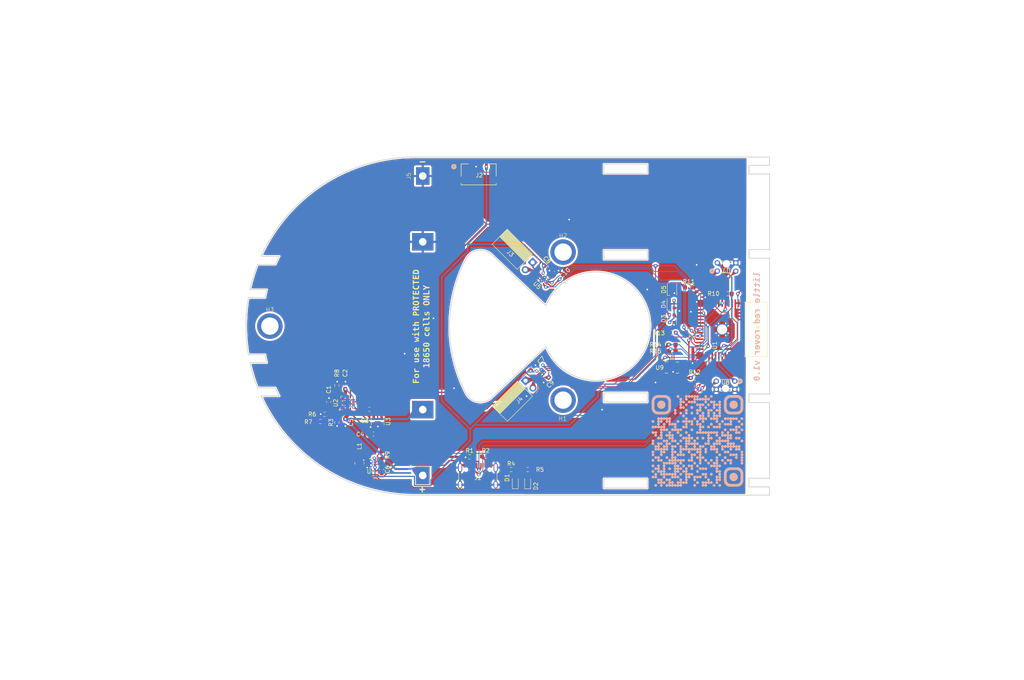
<source format=kicad_pcb>
(kicad_pcb (version 20221018) (generator pcbnew)
  (layers (0 "F.Cu" signal) (31 "B.Cu" signal) (34 "B.Paste" user) (35 "F.Paste" user) (36 "B.SilkS" user "B.Silkscreen") (37 "F.SilkS" user "F.Silkscreen") (38 "B.Mask" user) (39 "F.Mask" user) (44 "Edge.Cuts" user))
  (net 0 "")
  (net 1 "GND")
  (net 2 "+5V")
  (net 3 "/charger_out")
  (net 4 "+3.3V")
  (net 5 "Net-(D1-K)")
  (net 6 "Net-(D1-A)")
  (net 7 "Net-(D2-K)")
  (net 8 "Net-(D2-A)")
  (net 9 "Net-(D3-DOUT)")
  (net 10 "/status_leds")
  (net 11 "Net-(D4-DOUT)")
  (net 13 "Net-(J1-CC1)")
  (net 14 "Net-(J1-CC2)")
  (net 15 "/lidar_tx")
  (net 16 "Net-(J3-Pin_1)")
  (net 17 "Net-(J3-Pin_2)")
  (net 18 "Net-(J4-Pin_1)")
  (net 19 "Net-(J4-Pin_2)")
  (net 20 "Net-(U4-SW)")
  (net 21 "Net-(U2-TS)")
  (net 22 "Net-(U2-TMR)")
  (net 23 "Net-(U2-ISET)")
  (net 24 "Net-(U2-ILIM)")
  (net 25 "Net-(U4-{slash}PG)")
  (net 26 "/left_encoder")
  (net 27 "Net-(U7-ANODE)")
  (net 28 "/right_encoder")
  (net 30 "/imu_sda")
  (net 31 "/imu_scl")
  (net 37 "/right_motor_pwm_b")
  (net 39 "/motor_sleep")
  (net 40 "/left_motor_pwm_a")
  (net 41 "/left_motor_pwm_b")
  (net 42 "/right_motor_pwm_a")
  (net 45 "/usb_data_-")
  (net 46 "/usb_data_+")
  (net 56 "Net-(U7-CATHODE)")
  (net 57 "Net-(D3-DIN)")
  (net 64 "/usb_5v")
  (net 65 "Net-(J6-Pin_1)")
  (footprint "Capacitor_SMD:C_0603_1608Metric_Pad1.08x0.95mm_HandSolder" (layer "F.Cu") (at 156.2 110 45)
    (fp_text reference "C7")
    (fp_text value "10uF")
  )
  (footprint "digikey_imports:TO_4HCZ0F_SHP" (layer "F.Cu") (at 201.018849 86.5126 180)
    (fp_text reference "U7")
    (fp_text value "GP1S094HCZ0F")
  )
  (footprint "Capacitor_SMD:C_0603_1608Metric_Pad1.08x0.95mm_HandSolder" (layer "F.Cu") (at 106.525 118.337568 90)
    (fp_text reference "C1")
    (fp_text value "1uF")
  )
  (footprint "digikey_imports:18650_holder" (layer "F.Cu") (at 129.4 136.21 90)
    (fp_text reference "J6")
    (fp_text value "Conn_01x01_Socket")
  )
  (footprint "LED_SMD:LED_0603_1608Metric_Pad1.05x0.95mm_HandSolder" (layer "F.Cu") (at 151.9 137.78125 90)
    (fp_text reference "D1")
    (fp_text value "LED")
  )
  (footprint "Resistor_SMD:R_0603_1608Metric_Pad0.98x0.95mm_HandSolder" (layer "F.Cu") (at 108.525 123.337568 90)
    (fp_text reference "R3")
    (fp_text value "10k")
  )
  (footprint "Inductor_SMD:L_1008_2520Metric_Pad1.43x2.20mm_HandSolder" (layer "F.Cu") (at 113.9983 133.248301 90)
    (fp_text reference "L1")
    (fp_text value "1uH")
  )
  (footprint "Capacitor_SMD:C_0603_1608Metric_Pad1.08x0.95mm_HandSolder" (layer "F.Cu") (at 190 106 180)
    (fp_text reference "R15")
    (fp_text value "10k")
  )
  (footprint "digikey_imports:m3_threaded_insert" (layer "F.Cu") (at 163.524805 81.9)
    (fp_text reference "H2")
    (fp_text value "MountingHole")
  )
  (footprint "Resistor_SMD:R_0603_1608Metric_Pad0.98x0.95mm_HandSolder" (layer "F.Cu") (at 108.525 114.337568 -90)
    (fp_text reference "R8")
    (fp_text value "2.94k")
  )
  (footprint "Package_TO_SOT_SMD:SOT-23-5" (layer "F.Cu") (at 118.4225 123.135068 90)
    (fp_text reference "U3")
    (fp_text value "MIC5504-3.3YM5")
  )
  (footprint "Resistor_SMD:R_0603_1608Metric_Pad0.98x0.95mm_HandSolder" (layer "F.Cu") (at 144.7125 131.6)
    (fp_text reference "R2")
    (fp_text value "5.1k")
  )
  (footprint "Capacitor_SMD:C_0603_1608Metric_Pad1.08x0.95mm_HandSolder" (layer "F.Cu") (at 161.8 87 45)
    (fp_text reference "C10")
    (fp_text value "0.1uF")
  )
  (footprint "Connector_USB:USB_C_Receptacle_GCT_USB4105-xx-A_16P_TopMnt_Horizontal" (layer "F.Cu") (at 142.8 137.4)
    (fp_text reference "J1")
    (fp_text value "USB_C_Receptacle_USB2.0_14P")
  )
  (footprint "Capacitor_SMD:C_0603_1608Metric_Pad1.08x0.95mm_HandSolder" (layer "F.Cu") (at 110.525 114.337568 90)
    (fp_text reference "C2")
    (fp_text value "4.7uF")
  )
  (footprint "Resistor_SMD:R_0603_1608Metric_Pad0.98x0.95mm_HandSolder" (layer "F.Cu") (at 190 101.5 180)
    (fp_text reference "R13")
    (fp_text value "560")
  )
  (footprint "Capacitor_SMD:C_0603_1608Metric_Pad1.08x0.95mm_HandSolder" (layer "F.Cu") (at 159.6 85.8 -45)
    (fp_text reference "C8")
    (fp_text value "10uF")
  )
  (footprint "digikey_imports:TO_4HCZ0F_SHP" (layer "F.Cu") (at 205.281151 113.2874)
    (fp_text reference "U8")
    (fp_text value "GP1S094HCZ0F")
  )
  (footprint "Capacitor_SMD:C_0603_1608Metric_Pad1.08x0.95mm_HandSolder" (layer "F.Cu") (at 117.4225 126.135068)
    (fp_text reference "C4")
    (fp_text value "1uF")
  )
  (footprint "Resistor_SMD:R_0603_1608Metric_Pad0.98x0.95mm_HandSolder" (layer "F.Cu") (at 195.5 112.5)
    (fp_text reference "R12")
    (fp_text value "5k")
  )
  (footprint "Package_SON:WSON-8-1EP_2x2mm_P0.5mm_EP0.9x1.6mm_ThermalVias" (layer "F.Cu") (at 158.676093 88.42254 -45)
    (fp_text reference "U5")
    (fp_text value "DRV8212P")
  )
  (footprint "Resistor_SMD:R_0603_1608Metric_Pad0.98x0.95mm_HandSolder" (layer "F.Cu") (at 203.6 92 180)
    (fp_text reference "R10")
    (fp_text value "5k")
  )
  (footprint "Package_DFN_QFN:VQFN-16-1EP_3x3mm_P0.5mm_EP1.68x1.68mm_ThermalVias" (layer "F.Cu") (at 111.0625 118.587568 90)
    (fp_text reference "U2")
    (fp_text value "BQ24230RGT")
  )
  (footprint "LED_SMD:LED_0603_1608Metric_Pad1.05x0.95mm_HandSolder" (layer "F.Cu") (at 154.9 137.8 90)
    (fp_text reference "D2")
    (fp_text value "LED")
  )
  (footprint "Capacitor_SMD:C_0603_1608Metric_Pad1.08x0.95mm_HandSolder" (layer "F.Cu") (at 159.4 113 -135)
    (fp_text reference "C9")
    (fp_text value "0.1uF")
  )
  (footprint "Package_SON:WSON-8-1EP_2x2mm_P0.5mm_EP0.9x1.6mm_ThermalVias" (layer "F.Cu") (at 158.563961 110.83604 45)
    (fp_text reference "U6" hide)
    (fp_text value "DRV8212P")
  )
  (footprint "Espressif:ESP32-C3-MINI-1_HandSoldering" (layer "F.Cu") (at 202.2 100.7 -90)
    (fp_text reference "U1")
    (fp_text value "ESP32-C3-MINI-1")
  )
  (footprint "Package_LGA:LGA-14_3x2.5mm_P0.5mm_LayoutBorder3x4y" (layer "F.Cu") (at 190 110)
    (fp_text reference "U9")
    (fp_text value "LSM6DS3")
  )
  (footprint "Connector_PinSocket_2.54mm:PinSocket_1x02_P2.54mm_Horizontal" (layer "F.Cu") (at 156.130509 84.392031 -45)
    (fp_text reference "J3")
    (fp_text value "Conn_01x02_Socket")
  )
  (footprint "digikey_imports:UDFN8_2X2_MCH-L" (layer "F.Cu") (at 116.8 133.248301)
    (fp_text reference "U4")
    (fp_text value "MIC2876-5.0YMT-TR")
  )
  (footprint "digikey_imports:18650_holder" (layer "F.Cu") (at 129.4 63.4 -90)
    (fp_text reference "J5")
    (fp_text value "Conn_01x01_Socket")
  )
  (footprint "Resistor_SMD:R_0603_1608Metric_Pad0.98x0.95mm_HandSolder" (layer "F.Cu") (at 119.3983 131.248301 -90)
    (fp_text reference "R9")
    (fp_text value "1M")
  )
  (footprint "Resistor_SMD:R_0603_1608Metric_Pad0.98x0.95mm_HandSolder" (layer "F.Cu") (at 154.9 134.78125 180)
    (fp_text reference "R5")
    (fp_text value "1.5k")
  )
  (footprint "LED_SMD:LED_WS2812B-2020_PLCC4_2.0x2.0mm" (layer "F.Cu") (at 190 91 90)
    (fp_text reference "D5")
    (fp_text value "WS2812B-2020")
  )
  (footprint "Resistor_SMD:R_0603_1608Metric_Pad0.98x0.95mm_HandSolder" (layer "F.Cu") (at 104.4725 123.097568)
    (fp_text reference "R7")
    (fp_text value "4.32k")
  )
  (footprint "Connector_PinSocket_2.54mm:PinSocket_1x02_P2.54mm_Horizontal" (layer "F.Cu") (at 154.392031 113.169492 45)
    (fp_text reference "J4")
    (fp_text value "Conn_01x02_Socket")
  )
  (footprint "Resistor_SMD:R_0603_1608Metric_Pad0.98x0.95mm_HandSolder" (layer "F.Cu") (at 140.8 131.7 180)
    (fp_text reference "R1")
    (fp_text value "5.1k")
  )
  (footprint "LED_SMD:LED_WS2812B-2020_PLCC4_2.0x2.0mm" (layer "F.Cu") (at 189.95 98.085 90)
    (fp_text reference "D3")
    (fp_text value "WS2812B-2020")
  )
  (footprint "digikey_imports:m3_threaded_insert" (layer "F.Cu") (at 163.524805 117.9)
    (fp_text reference "H1")
    (fp_text value "MountingHole")
  )
  (footprint "digikey_imports:m3_threaded_insert" (layer "F.Cu") (at 92.224805 99.9)
    (fp_text reference "H3")
    (fp_text value "MountingHole")
  )
  (footprint "Capacitor_SMD:C_0603_1608Metric_Pad1.08x0.95mm_HandSolder" (layer "F.Cu") (at 190 104.4 180)
    (fp_text reference "R14")
    (fp_text value "10k")
  )
  (footprint "LED_SMD:LED_WS2812B-2020_PLCC4_2.0x2.0mm" (layer "F.Cu") (at 189.95 94.585 90)
    (fp_text reference "D4")
    (fp_text value "WS2812B-2020")
  )
  (footprint "Capacitor_SMD:C_0603_1608Metric_Pad1.08x0.95mm_HandSolder" (layer "F.Cu") (at 110.525 123.337568 -90)
    (fp_text reference "C5")
    (fp_text value "4.7uF")
  )
  (footprint "Resistor_SMD:R_0603_1608Metric_Pad0.98x0.95mm_HandSolder" (layer "F.Cu") (at 194.0875 90.5)
    (fp_text reference "R11")
    (fp_text value "560")
  )
  (footprint "Resistor_SMD:R_0603_1608Metric_Pad0.98x0.95mm_HandSolder" (layer "F.Cu") (at 105.525 121.337568)
    (fp_text reference "R6")
    (fp_text value "56.2k")
  )
  (footprint "Capacitor_SMD:C_0603_1608Metric_Pad1.08x0.95mm_HandSolder" (layer "F.Cu") (at 119.3983 134.748301 -90)
    (fp_text reference "C6")
    (fp_text value "4.7uF")
  )
  (footprint "Resistor_SMD:R_0603_1608Metric_Pad0.98x0.95mm_HandSolder" (layer "F.Cu") (at 150.9 134.78125)
    (fp_text reference "R4")
    (fp_text value "1.5k")
  )
  (footprint "digikey_imports:CONN_SM04B-GHS-TB_JST" (layer "F.Cu") (at 143 63)
    (fp_text reference "J2")
    (fp_text value "Conn_01x04_Socket")
  )
  (footprint "Capacitor_SMD:C_0603_1608Metric_Pad1.08x0.95mm_HandSolder" (layer "F.Cu") (at 116.4225 120.135068 180)
    (fp_text reference "C3")
    (fp_text value "1uF")
  )
  (footprint "digikey_imports:qr_code" (layer "B.Cu") (at 196.2 127.8 180)
    (fp_text reference "G***" hide)
    (fp_text value "LOGO" hide)
  )
  (gr_line locked (start 184.024805 137) (end 173.424805 137) (stroke (width 0.2)) (layer "Edge.Cuts"))
  (gr_line locked (start 127.524805 141) (end 213.724805 141) (stroke (width 0.2)) (layer "Edge.Cuts"))
  (gr_line locked (start 91.508142 91) (end 87.4 91) (stroke (width 0.2)) (layer "Edge.Cuts"))
  (gr_line locked (start 213.724805 62.9) (end 208.724805 62.9) (stroke (width 0.2)) (layer "Edge.Cuts"))
  (gr_arc locked (start 87.008142 106.8) (mid 86.424805 99.9) (end 87.008142 93) (stroke (width 0.2)) (layer "Edge.Cuts"))
  (gr_line locked (start 173.424805 81.4) (end 184.024805 81.4) (stroke (width 0.2)) (layer "Edge.Cuts"))
  (gr_line locked (start 173.424805 116.1) (end 184.024805 116.1) (stroke (width 0.2)) (layer "Edge.Cuts"))
  (gr_line locked (start 213.724805 60.8) (end 208.724805 60.8) (stroke (width 0.2)) (layer "Edge.Cuts"))
  (gr_line locked (start 184.024805 60.5) (end 173.424805 60.5) (stroke (width 0.2)) (layer "Edge.Cuts"))
  (gr_line locked (start 87.4 108.8) (end 91.508142 108.8) (stroke (width 0.2)) (layer "Edge.Cuts"))
  (gr_line locked (start 173.424805 137) (end 173.424805 139.3) (stroke (width 0.2)) (layer "Edge.Cuts"))
  (gr_line locked (start 208.724805 136.9) (end 208.724805 139) (stroke (width 0.2)) (layer "Edge.Cuts"))
  (gr_line locked (start 159.308423 104.9) (end 146.166333 117.320432) (stroke (width 0.2)) (layer "Edge.Cuts"))
  (gr_line locked (start 127.524805 58.8) (end 213.724805 58.8) (stroke (width 0.2)) (layer "Edge.Cuts"))
  (gr_line locked (start 91.072096 106.8) (end 87.008142 106.8) (stroke (width 0.2)) (layer "Edge.Cuts"))
  (gr_arc locked (start 139.864729 116.248586) (mid 135.892843 99.9) (end 139.864729 83.551414) (stroke (width 0.2)) (layer "Edge.Cuts"))
  (gr_line locked (start 213.724805 116.4) (end 208.724805 116.4) (stroke (width 0.2)) (layer "Edge.Cuts"))
  (gr_line locked (start 184.024805 116.1) (end 184.024805 118.4) (stroke (width 0.2)) (layer "Edge.Cuts"))
  (gr_arc locked (start 127.524805 141) (mid 105.27048 134.453654) (end 90.105425 116.9) (stroke (width 0.2)) (layer "Edge.Cuts"))
  (gr_line locked (start 213.724805 118.5) (end 208.724805 118.5) (stroke (width 0.2)) (layer "Edge.Cuts"))
  (gr_line locked (start 208.724805 139) (end 213.724805 139) (stroke (width 0.2)) (layer "Edge.Cuts"))
  (gr_line locked (start 184.024805 83.7) (end 184.024805 81.4) (stroke (width 0.2)) (layer "Edge.Cuts"))
  (gr_arc locked (start 94.548905 116.9) (mid 94.055696 115.907146) (end 93.592372 114.9) (stroke (width 0.2)) (layer "Edge.Cuts"))
  (gr_line locked (start 184.024805 137) (end 184.024805 139.3) (stroke (width 0.2)) (layer "Edge.Cuts"))
  (gr_line locked (start 173.424805 116.1) (end 173.424805 118.4) (stroke (width 0.2)) (layer "Edge.Cuts"))
  (gr_line locked (start 89.259808 114.9) (end 93.592372 114.9) (stroke (width 0.2)) (layer "Edge.Cuts"))
  (gr_line locked (start 184.024805 62.8) (end 184.024805 60.5) (stroke (width 0.2)) (layer "Edge.Cuts"))
  (gr_line locked (start 213.724805 141) (end 213.724805 139) (stroke (width 0.2)) (layer "Edge.Cuts"))
  (gr_line locked (start 93.592372 84.9) (end 89.259808 84.9) (stroke (width 0.2)) (layer "Edge.Cuts"))
  (gr_line locked (start 208.724805 116.4) (end 208.724805 118.5) (stroke (width 0.2)) (layer "Edge.Cuts"))
  (gr_arc locked (start 90.105425 82.9) (mid 105.27048 65.346346) (end 127.524805 58.8) (stroke (width 0.2)) (layer "Edge.Cuts"))
  (gr_line locked (start 213.724805 136.9) (end 208.724805 136.9) (stroke (width 0.2)) (layer "Edge.Cuts"))
  (gr_line locked (start 213.724805 81.3) (end 213.724805 62.9) (stroke (width 0.2)) (layer "Edge.Cuts"))
  (gr_arc locked (start 146.166333 117.320432) (mid 142.748119 118.356678) (end 139.864729 116.248586) (stroke (width 0.2)) (layer "Edge.Cuts"))
  (gr_arc locked (start 159.308423 94.9) (mid 184.724805 99.9) (end 159.308423 104.9) (stroke (width 0.2)) (layer "Edge.Cuts"))
  (gr_line locked (start 173.424805 62.8) (end 173.424805 60.5) (stroke (width 0.2)) (layer "Edge.Cuts"))
  (gr_arc locked (start 89.259808 114.9) (mid 88.211411 111.886127) (end 87.4 108.8) (stroke (width 0.2)) (layer "Edge.Cuts"))
  (gr_arc locked (start 87.4 91) (mid 88.211415 87.913874) (end 89.259808 84.9) (stroke (width 0.2)) (layer "Edge.Cuts"))
  (gr_arc locked (start 93.592372 84.9) (mid 94.055696 83.892854) (end 94.548905 82.9) (stroke (width 0.2)) (layer "Edge.Cuts"))
  (gr_arc locked (start 91.508142 108.8) (mid 91.276323 107.803008) (end 91.072096 106.8) (stroke (width 0.2)) (layer "Edge.Cuts"))
  (gr_line locked (start 90.105425 82.9) (end 94.548905 82.9) (stroke (width 0.2)) (layer "Edge.Cuts"))
  (gr_line locked (start 213.724805 81.3) (end 208.724805 81.3) (stroke (width 0.2)) (layer "Edge.Cuts"))
  (gr_line locked (start 184.024805 139.3) (end 173.424805 139.3) (stroke (width 0.2)) (layer "Edge.Cuts"))
  (gr_line locked (start 90.105425 116.9) (end 94.548905 116.9) (stroke (width 0.2)) (layer "Edge.Cuts"))
  (gr_line locked (start 208.724805 81.3) (end 208.724805 83.4) (stroke (width 0.2)) (layer "Edge.Cuts"))
  (gr_line locked (start 173.424805 83.7) (end 184.024805 83.7) (stroke (width 0.2)) (layer "Edge.Cuts"))
  (gr_line locked (start 208.724805 60.8) (end 208.724805 62.9) (stroke (width 0.2)) (layer "Edge.Cuts"))
  (gr_arc locked (start 91.072096 93) (mid 91.276323 91.996992) (end 91.508142 91) (stroke (width 0.2)) (layer "Edge.Cuts"))
  (gr_line locked (start 208.724805 83.4) (end 213.724805 83.4) (stroke (width 0.2)) (layer "Edge.Cuts"))
  (gr_arc locked (start 139.864729 83.551414) (mid 142.748119 81.443322) (end 146.166333 82.479568) (stroke (width 0.2)) (layer "Edge.Cuts"))
  (gr_line locked (start 159.308423 94.9) (end 146.166333 82.479568) (stroke (width 0.2)) (layer "Edge.Cuts"))
  (gr_line locked (start 173.424805 83.7) (end 173.424805 81.4) (stroke (width 0.2)) (layer "Edge.Cuts"))
  (gr_line locked (start 173.424805 118.4) (end 184.024805 118.4) (stroke (width 0.2)) (layer "Edge.Cuts"))
  (gr_line locked (start 213.724805 60.8) (end 213.724805 58.8) (stroke (width 0.2)) (layer "Edge.Cuts"))
  (gr_line locked (start 91.072096 93) (end 87.008142 93) (stroke (width 0.2)) (layer "Edge.Cuts"))
  (gr_line locked (start 184.024805 62.8) (end 173.424805 62.8) (stroke (width 0.2)) (layer "Edge.Cuts"))
  (gr_line locked (start 213.724805 116.4) (end 213.724805 83.4) (stroke (width 0.2)) (layer "Edge.Cuts"))
  (gr_line locked (start 213.724805 136.9) (end 213.724805 118.5) (stroke (width 0.2)) (layer "Edge.Cuts"))
  (gr_text "\nlittle red rover v1.0\n" (at 211.6 100 90) (layer "B.SilkS") (effects (font (size 1.5 1.5) (thickness 0.3) bold) (justify bottom mirror)))
  (gr_text "-" (at 128.2 59.2 180) (layer "F.SilkS") (effects (font (size 1.5 1.5) (thickness 0.3) bold) (justify left bottom mirror)))
  (gr_text "+" (at 130.4 140.4) (layer "F.SilkS") (effects (font (size 1.5 1.5) (thickness 0.3) bold) (justify left bottom mirror)))
  (gr_text "For use with PROTECTED\n18650 cells ONLY" (at 127 100 90) (layer "F.SilkS") (effects (font (size 1.5 1.5) (thickness 0.3) bold) (justify top)))
  (segment (start 112.5 117.862568) (end 111.7875 117.862568) (width 0.25) (layer "F.Cu") (net 1))
  (segment (start 146.545 133.72) (end 147.12 134.295) (width 0.2) (layer "F.Cu") (net 1))
  (segment (start 199 97.5) (end 200.225 98.725) (width 0.2) (layer "F.Cu") (net 1))
  (segment (start 158.42254 112.038122) (end 158.917514 111.543148) (width 0.25) (layer "F.Cu") (net 1))
  (segment (start 146 133.72) (end 146.545 133.72) (width 0.2) (layer "F.Cu") (net 1))
  (segment (start 196.8 97.5) (end 199 97.5) (width 0.2) (layer "F.Cu") (net 1))
  (segment (start 115.8983 132.998301) (end 116.598299 132.998301) (width 0.2) (layer "F.Cu") (net 1))
  (segment (start 119.3983 135.4017) (end 120.8 134) (width 0.25) (layer "F.Cu") (net 1))
  (segment (start 112.098114 118.837568) (end 111.6525 118.391954) (width 0.2) (layer "F.Cu") (net 1))
  (segment (start 198.2 93) (end 198.1 92.9) (width 0.2) (layer "F.Cu") (net 1))
  (segment (start 198.2 94.3) (end 198.2 93) (width 0.2) (layer "F.Cu") (net 1))
  (segment (start 119.3983 135.610801) (end 119.3983 135.4017) (width 0.25) (layer "F.Cu") (net 1))
  (segment (start 112.525 117.837568) (end 112.5 117.862568) (width 0.25) (layer "F.Cu") (net 1))
  (segment (start 198.2 94.3) (end 196.85 94.3) (width 0.2) (layer "F.Cu") (net 1))
  (segment (start 196.8 107.05) (end 195 108.85) (width 0.2) (layer "F.Cu") (net 1))
  (segment (start 111.7875 117.862568) (end 111.6525 117.997568) (width 0.25) (layer "F.Cu") (net 1))
  (segment (start 157.968985 88.776093) (end 157.474011 88.281119) (width 0.2) (layer "F.Cu") (net 1))
  (segment (start 115.8983 133.998302) (end 115.8983 134.2983) (width 0.2) (layer "F.Cu") (net 1))
  (segment (start 190.5 99) (end 190.5 99.6) (width 0.2) (layer "F.Cu") (net 1))
  (segment (start 112.525 118.837568) (end 112.098114 118.837568) (width 0.2) (layer "F.Cu") (net 1))
  (segment (start 190 110.9125) (end 190.5 110.9125) (width 0.2) (layer "F.Cu") (net 1))
  (segment (start 195 108.85) (end 195 108.9) (width 0.2) (layer "F.Cu") (net 1))
  (segment (start 158.917514 111.543148) (end 158.917514 111.189593) (width 0.25) (layer "F.Cu") (net 1))
  (segment (start 196.35 94.35) (end 196 94) (width 0.2) (layer "F.Cu") (net 1))
  (segment (start 158.32254 88.776093) (end 157.968985 88.776093) (width 0.2) (layer "F.Cu") (net 1))
  (via (at 110.6 113.4) (size 0.8) (drill 0.4) (layers "F.Cu" "B.Cu") (net 1))
  (via (at 162.409878 86.39012) (size 0.8) (drill 0.4) (layers "F.Cu" "B.Cu") (net 1))
  (via (at 196 85) (size 0.8) (drill 0.4) (layers "F.Cu" "B.Cu") (net 1))
  (via (at 186 113.6) (size 0.8) (drill 0.4) (layers "F.Cu" "B.Cu") (net 1))
  (via (at 108.6 113.4) (size 0.8) (drill 0.4) (layers "F.Cu" "B.Cu") (net 1))
  (via (at 195 108.9) (size 0.8) (drill 0.4) (layers "F.Cu" "B.Cu") (net 1))
  (via (at 106.6 117.4) (size 0.8) (drill 0.4) (layers "F.Cu" "B.Cu") (net 1))
  (via (at 160.2 86.4) (size 0.8) (drill 0.4) (layers "F.Cu" "B.Cu") (net 1))
  (via (at 142.375 61.124298) (size 0.8) (drill 0.4) (layers "F.Cu" "B.Cu") (net 1))
  (via (at 158.8 113.6) (size 0.8) (drill 0.4) (layers "F.Cu" "B.Cu") (net 1))
  (via (at 104.5725 121.297568) (size 0.8) (drill 0.4) (layers "F.Cu" "B.Cu") (net 1))
  (via (at 154.646339 116.918056) (size 0.8) (drill 0.4) (layers "F.Cu" "B.Cu") (net 1))
  (via (at 108.5725 124.197568) (size 0.8) (drill 0.4) (layers "F.Cu" "B.Cu") (net 1))
  (via (at 137 115) (size 0.8) (drill 0.4) (layers "F.Cu" "B.Cu") (net 1))
  (via (at 196 94) (size 0.8) (drill 0.4) (layers "F.Cu" "B.Cu") (net 1))
  (via (at 118.4725 124.297568) (size 0.8) (drill 0.4) (layers "F.Cu" "B.Cu") (net 1))
  (via (at 191.8 96.2) (size 0.8) (drill 0.4) (layers "F.Cu" "B.Cu") (net 1))
  (via (at 156.8 109.4) (size 0.8) (drill 0.4) (layers "F.Cu" "B.Cu") (net 1))
  (via (at 116.7983 132.7983) (size 0.8) (drill 0.4) (layers "F.Cu" "B.Cu") (net 1))
  (via (at 125 106.6) (size 0.8) (drill 0.4) (layers "F.Cu" "B.Cu") (net 1))
  (via (at 190.275695 111.027582) (size 0.8) (drill 0.4) (layers "F.Cu" "B.Cu") (net 1))
  (via (at 139.8 131.8) (size 0.8) (drill 0.4) (layers "F.Cu" "B.Cu") (net 1))
  (via (at 184 91) (size 0.8) (drill 0.4) (layers "F.Cu" "B.Cu") (net 1))
  (via (at 190.5 99.6) (size 0.8) (drill 0.4) (layers "F.Cu" "B.Cu") (net 1))
  (via (at 132 98) (size 0.8) (drill 0.4) (layers "F.Cu" "B.Cu") (net 1))
  (via (at 194.6 96.4) (size 0.8) (drill 0.4) (layers "F.Cu" "B.Cu") (net 1))
  (via (at 116.7983 133.6983) (size 0.8) (drill 0.4) (layers "F.Cu" "B.Cu") (net 1))
  (via (at 190.6 91.9) (size 0.8) (drill 0.4) (layers "F.Cu" "B.Cu") (net 1))
  (via (at 173 120.2) (size 0.8) (drill 0.4) (layers "F.Cu" "B.Cu") (net 1))
  (via (at 115.8983 134.2983) (size 0.8) (drill 0.4) (layers "F.Cu" "B.Cu") (net 1))
  (via (at 110.5725 124.197568) (size 0.8) (drill 0.4) (layers "F.Cu" "B.Cu") (net 1))
  (via (at 198.1 92.9) (size 0.8) (drill 0.4) (layers "F.Cu" "B.Cu") (net 1))
  (via (at 120.8 134) (size 0.8) (drill 0.4) (layers "F.Cu" "B.Cu") (net 1))
  (via (at 165 74) (size 0.8) (drill 0.4) (layers "F.Cu" "B.Cu") (net 1))
  (segment (start 189.4 93.67) (end 188.75 93.02) (width 0.3) (layer "F.Cu") (net 2))
  (segment (start 117.6 132) (end 117.6 132.3966) (width 0.3) (layer "F.Cu") (net 2))
  (segment (start 188.7 94.37) (end 189.4 93.67) (width 0.3) (layer "F.Cu") (net 2))
  (segment (start 189.815 89.385) (end 189.45 89.75) (width 0.3) (layer "F.Cu") (net 2))
  (segment (start 188.75 90.785) (end 189.45 90.085) (width 0.3) (layer "F.Cu") (net 2))
  (segment (start 189.45 89.75) (end 189.45 90.085) (width 0.3) (layer "F.Cu") (net 2))
  (segment (start 188.75 93.02) (end 188.75 90.785) (width 0.3) (layer "F.Cu") (net 2))
  (segment (start 117.7017 134.128703) (end 117.7983 134.225303) (width 0.3) (layer "F.Cu") (net 2))
  (segment (start 192.06 89.385) (end 189.815 89.385) (width 0.3) (layer "F.Cu") (net 2))
  (segment (start 189.4 97.17) (end 188.7 96.47) (width 0.3) (layer "F.Cu") (net 2))
  (segment (start 193.175 90.5) (end 192.06 89.385) (width 0.3) (layer "F.Cu") (net 2))
  (segment (start 188.7 96.47) (end 188.7 94.37) (width 0.3) (layer "F.Cu") (net 2))
  (segment (start 117.6 132.3966) (end 117.7017 132.4983) (width 0.3) (layer "F.Cu") (net 2))
  (segment (start 117.7017 133.998302) (end 117.7017 134.128703) (width 0.3) (layer "F.Cu") (net 2))
  (via (at 189.4 97.17) (size 0.8) (drill 0.4) (layers "F.Cu" "B.Cu") (net 2))
  (via (at 144.875 61.124306) (size 0.8) (drill 0.4) (layers "F.Cu" "B.Cu") (net 2))
  (via (at 158.8 85.2) (size 0.8) (drill 0.4) (layers "F.Cu" "B.Cu") (net 2))
  (via (at 117.7983 134.225303) (size 0.8) (drill 0.4) (layers "F.Cu" "B.Cu") (net 2))
  (via (at 117.6 132) (size 0.8) (drill 0.4) (layers "F.Cu" "B.Cu") (net 2))
  (via (at 155.6 110.8) (size 0.8) (drill 0.4) (layers "F.Cu" "B.Cu") (net 2))
  (via (at 158.700091 86.981833) (size 0.8) (drill 0.4) (layers "F.Cu" "B.Cu") (net 2))
  (via (at 157.123254 110.812042) (size 0.8) (drill 0.4) (layers "F.Cu" "B.Cu") (net 2))
  (segment (start 189.4 97.82) (end 186 101.22) (width 0.3) (layer "B.Cu") (net 2))
  (segment (start 127.4 136.4483) (end 127.4 138.68) (width 0.3) (layer "B.Cu") (net 2))
  (segment (start 181.113363 112.825975) (end 177.174025 112.825975) (width 0.3) (layer "B.Cu") (net 2))
  (segment (start 117.7983 134.225303) (end 117.7983 136.333453) (width 0.3) (layer "B.Cu") (net 2))
  (segment (start 158.700091 84.700091) (end 158.700091 85.100091) (width 0.3) (layer "B.Cu") (net 2))
  (segment (start 165.067767 123.932233) (end 141.932233 123.932233) (width 0.3) (layer "B.Cu") (net 2))
  (segment (start 140.330587 80) (end 144.875 75.455587) (width 0.3) (layer "B.Cu") (net 2))
  (segment (start 134 88) (end 140.330587 81.669413) (width 0.3) (layer "B.Cu") (net 2))
  (segment (start 189.4 97.17) (end 189.4 97.82) (width 0.3) (layer "B.Cu") (net 2))
  (segment (start 117.913147 136.4483) (end 127.4 136.4483) (width 0.3) (layer "B.Cu") (net 2))
  (segment (start 140.932233 124.932233) (end 134 118) (width 0.3) (layer "B.Cu") (net 2))
  (segment (start 156 111) (end 157 111) (width 0.3) (layer "B.Cu") (net 2))
  (segment (start 158.700091 85.299909) (end 158.700091 86.981833) (width 0.3) (layer "B.Cu") (net 2))
  (segment (start 140.932233 127.747767) (end 140.932233 124.932233) (width 0.3) (layer "B.Cu") (net 2))
  (segment (start 172 116) (end 172 117) (width 0.3) (layer "B.Cu") (net 2))
  (segment (start 155.6 111) (end 155.8 110.8) (width 0.3) (layer "B.Cu") (net 2))
  (segment (start 172 117) (end 165.067767 123.932233) (width 0.3) (layer "B.Cu") (net 2))
  (segment (start 117.7983 132.1983) (end 117.6 132) (width 0.3) (layer "B.Cu") (net 2))
  (segment (start 141.932233 123.932233) (end 154.864467 111) (width 0.3) (layer "B.Cu") (net 2))
  (segment (start 117.7983 136.333453) (end 117.913147 136.4483) (width 0.3) (layer "B.Cu") (net 2))
  (segment (start 186 101.22) (end 186 107.939338) (width 0.3) (layer "B.Cu") (net 2))
  (segment (start 176 114) (end 174 114) (width 0.3) (layer "B.Cu") (net 2))
  (segment (start 158.8 85.2) (end 158.700091 85.299909) (width 0.3) (layer "B.Cu") (net 2))
  (segment (start 140.932233 124.932233) (end 141.932233 123.932233) (width 0.3) (layer "B.Cu") (net 2))
  (segment (start 158.700091 85.100091) (end 158.8 85.2) (width 0.3) (layer "B.Cu") (net 2))
  (segment (start 144.875 75.455587) (end 144.875 61.124306) (width 0.3) (layer "B.Cu") (net 2))
  (segment (start 157 111) (end 157 110.935296) (width 0.3) (layer "B.Cu") (net 2))
  (segment (start 127.4 138.68) (end 131.4 138.68) (width 0.3) (layer "B.Cu") (net 2))
  (segment (start 154 80) (end 158.700091 84.700091) (width 0.3) (layer "B.Cu") (net 2))
  (segment (start 140.330587 80) (end 154 80) (width 0.3) (layer "B.Cu") (net 2))
  (segment (start 174 114) (end 172 116) (width 0.3) (layer "B.Cu") (net 2))
  (segment (start 131.4 137.28) (end 140.932233 127.747767) (width 0.3) (layer "B.Cu") (net 2))
  (segment (start 134 118) (end 134 88) (width 0.3) (layer "B.Cu") (net 2))
  (segment (start 157 110.935296) (end 157.123254 110.812042) (width 0.3) (layer "B.Cu") (net 2))
  (segment (start 177.174025 112.825975) (end 176 114) (width 0.3) (layer "B.Cu") (net 2))
  (segment (start 140.330587 81.669413) (end 140.330587 80) (width 0.3) (layer "B.Cu") (net 2))
  (segment (start 117.7983 134.225303) (end 117.7983 132.1983) (width 0.3) (layer "B.Cu") (net 2))
  (segment (start 155.8 110.8) (end 156 111) (width 0.3) (layer "B.Cu") (net 2))
  (segment (start 154.864467 111) (end 155.6 111) (width 0.3) (layer "B.Cu") (net 2))
  (segment (start 131.4 138.68) (end 131.4 137.28) (width 0.3) (layer "B.Cu") (net 2))
  (segment (start 186 107.939338) (end 181.113363 112.825975) (width 0.3) (layer "B.Cu") (net 2))
  (segment (start 118.959999 123.197568) (end 117.885001 123.197568) (width 0.3) (layer "F.Cu") (net 3))
  (segment (start 121.249932 130.825) (end 120.1733 129.748368) (width 0.2) (layer "F.Cu") (net 3))
  (segment (start 112.5375 119.337568) (end 112.525 119.337568) (width 0.3) (layer "F.Cu") (net 3))
  (segment (start 151.8125 134.78125) (end 147.85625 130.825) (width 0.2) (layer "F.Cu") (net 3))
  (segment (start 119.3983 133.885801) (end 119.3983 132.160801) (width 0.2) (layer "F.Cu") (net 3))
  (segment (start 117.7017 133.498301) (end 119.0108 133.498301) (width 0.2) (layer "F.Cu") (net 3))
  (segment (start 120.1733 129.748368) (end 116.56 126.135068) (width 0.2) (layer "F.Cu") (net 3))
  (segment (start 116.391591 125.353477) (end 116.140373 125.353477) (width 0.3) (layer "F.Cu") (net 3))
  (segment (start 118.160801 135.1233) (end 119.3983 133.885801) (width 0.3) (layer "F.Cu") (net 3))
  (segment (start 111.3125 117.125068) (end 110.525 116.337568) (width 0.3) (layer "F.Cu") (net 3))
  (segment (start 111.8125 121.025604) (end 116.140373 125.353477) (width 0.3) (layer "F.Cu") (net 3))
  (segment (start 153.9875 134.78125) (end 151.8125 134.78125) (width 0.2) (layer "F.Cu") (net 3))
  (segment (start 119.3725 124.272568) (end 119.3725 123.610069) (width 0.3) (layer "F.Cu") (net 3))
  (segment (start 147.85625 130.825) (end 121.249932 130.825) (width 0.2) (layer "F.Cu") (net 3))
  (segment (start 119.3725 123.610069) (end 118.959999 123.197568) (width 0.3) (layer "F.Cu") (net 3))
  (segment (start 120.1733 131.385801) (end 120.1733 129.748368) (width 0.2) (layer "F.Cu") (net 3))
  (segment (start 110.8125 117.125068) (end 110.8125 115.487568) (width 0.3) (layer "F.Cu") (net 3))
  (segment (start 113.9983 134.410801) (end 114.9108 133.498301) (width 0.3) (layer "F.Cu") (net 3))
  (segment (start 117.4725 123.610069) (end 117.4725 124.272568) (width 0.3) (layer "F.Cu") (net 3))
  (segment (start 114.9108 133.498301) (end 115.8983 133.498301) (width 0.3) (layer "F.Cu") (net 3))
  (segment (start 120.1733 125.073368) (end 119.3725 124.272568) (width 0.2) (layer "F.Cu") (net 3))
  (segment (start 117.885001 123.197568) (end 117.4725 123.610069) (width 0.3) (layer "F.Cu") (net 3))
  (segment (start 119.3983 133.885801) (end 119.0108 133.498301) (width 0.2) (layer "F.Cu") (net 3))
  (segment (start 114.710799 135.1233) (end 118.160801 135.1233) (width 0.3) (layer "F.Cu") (net 3))
  (segment (start 117.4725 124.272568) (end 112.5375 119.337568) (width 0.3) (layer "F.Cu") (net 3))
  (segment (start 113.9983 134.410801) (end 114.710799 135.1233) (width 0.3) (layer "F.Cu") (net 3))
  (segment (start 110.525 116.337568) (end 110.6 115.2) (width 0.3) (layer "F.Cu") (net 3))
  (segment (start 117.4725 124.272568) (end 116.391591 125.353477) (width 0.3) (layer "F.Cu") (net 3))
  (segment (start 111.8125 120.050068) (end 111.8125 121.025604) (width 0.3) (layer "F.Cu") (net 3))
  (segment (start 120.1733 131.385801) (end 120.1733 125.073368) (width 0.2) (layer "F.Cu") (net 3))
  (segment (start 119.3983 132.160801) (end 120.1733 131.385801) (width 0.2) (layer "F.Cu") (net 3))
  (via (at 112.541227 119.562567) (size 0.8) (drill 0.4) (layers "F.Cu" "B.Cu") (net 3))
  (via (at 110.6 115.2) (size 0.8) (drill 0.4) (layers "F.Cu" "B.Cu") (net 3))
  (segment (start 112.541227 117.141227) (end 112.541227 119.562567) (width 0.3) (layer "B.Cu") (net 3))
  (segment (start 110.6 115.2) (end 112.541227 117.141227) (width 0.3) (layer "B.Cu") (net 3))
  (segment (start 154.110429 118.669542) (end 157.338082 115.441889) (width 0.2) (layer "F.Cu") (net 4))
  (segment (start 190.5 109.0875) (end 190.5 106.3625) (width 0.2) (layer "F.Cu") (net 4))
  (segment (start 158.671584 112.39012) (end 160.00988 112.39012) (width 0.2) (layer "F.Cu") (net 4))
  (segment (start 204.6 97.875736) (end 205.857028 99.132764) (width 0.2) (layer "F.Cu") (net 4))
  (segment (start 190.724568 112.5) (end 194.5875 112.5) (width 0.2) (layer "F.Cu") (net 4))
  (segment (start 117.4725 121.997568) (end 117.4725 120.322568) (width 0.3) (layer "F.Cu") (net 4))
  (segment (start 191.525432 110.75) (end 191.1625 110.75) (width 0.2) (layer "F.Cu") (net 4))
  (segment (start 188.225 111.000432) (end 188.449568 111.225) (width 0.2) (layer "F.Cu") (net 4))
  (segment (start 188.449568 111.225) (end 189.225432 111.225) (width 0.2) (layer "F.Cu") (net 4))
  (segment (start 122 116) (end 121.6 115.6) (width 0.3) (layer "F.Cu") (net 4))
  (segment (start 141.125 71.375) (end 144.875 75.125) (width 0.25) (layer "F.Cu") (net 4))
  (segment (start 204.5125 92) (end 204.5125 94.2125) (width 0.2) (layer "F.Cu") (net 4))
  (segment (start 161.39012 86.458748) (end 150.056372 75.125) (width 0.25) (layer "F.Cu") (net 4))
  (segment (start 205.857028 103) (end 204.240912 104.616116) (width 0.2) (layer "F.Cu") (net 4))
  (segment (start 137 116) (end 122 116) (width 0.3) (layer "F.Cu") (net 4))
  (segment (start 189.225432 111.225) (end 189.5 110.950432) (width 0.2) (layer "F.Cu") (net 4))
  (segment (start 158.705382 109.505382) (end 158.6 109.4) (width 0.25) (layer "F.Cu") (net 4))
  (segment (start 161.19012 87.60988) (end 160.236039 88.563961) (width 0.3) (layer "F.Cu") (net 4))
  (segment (start 150.056372 75.125) (end 144.875 75.125) (width 0.25) (layer "F.Cu") (net 4))
  (segment (start 201.9 96.5) (end 200.6 95.2) (width 0.2) (layer "F.Cu") (net 4))
  (segment (start 190.5 109.049568) (end 190.774568 108.775) (width 0.2) (layer "F.Cu") (net 4))
  (segment (start 188.225 109.499568) (end 188.225 111.000432) (width 0.2) (layer "F.Cu") (net 4))
  (segment (start 121.420068 116) (end 117.285 120.135068) (width 0.3) (layer "F.Cu") (net 4))
  (segment (start 203.5 96.5) (end 201.9 96.5) (width 0.2) (layer "F.Cu") (net 4))
  (segment (start 160.236039 88.563961) (end 159.878175 88.563961) (width 0.3) (layer "F.Cu") (net 4))
  (segment (start 141 120) (end 137 116) (width 0.3) (layer "F.Cu") (net 4))
  (segment (start 189.5 113.741421) (end 185 118.241421) (width 0.2) (layer "F.Cu") (net 4))
  (segment (start 161.39012 87.40988) (end 161.39012 86.458748) (width 0.25) (layer "F.Cu") (net 4))
  (segment (start 191.550432 108.775) (end 191.775 108.999568) (width 0.2) (layer "F.Cu") (net 4))
  (segment (start 190.8625 104.4) (end 190.8625 106) (width 0.2) (layer "F.Cu") (net 4))
  (segment (start 192.8875 112.5) (end 191.1625 110.775) (width 0.3) (layer "F.Cu") (net 4))
  (segment (start 121.6 98.4) (end 144.875 75.125) (width 0.3) (layer "F.Cu") (net 4))
  (segment (start 122 116) (end 121.420068 116) (width 0.3) (layer "F.Cu") (net 4))
  (segment (start 158.705382 109.633958) (end 158.705382 109.505382) (width 0.25) (layer "F.Cu") (net 4))
  (segment (start 185 118.241421) (end 185 121.6) (width 0.2) (layer "F.Cu") (net 4))
  (segment (start 204.6 95.4) (end 203.5 96.5) (width 0.2) (layer "F.Cu") (net 4))
  (segment (start 146.330458 118.669542) (end 145 120) (width 0.3) (layer "F.Cu") (net 4))
  (segment (start 185 121.6) (end 149.260916 121.6) (width 0.2) (layer "F.Cu") (net 4))
  (segment (start 157.338082 115.441889) (end 157.338082 113.723622) (width 0.2) (layer "F.Cu") (net 4))
  (segment (start 204.6 94.3) (end 204.6 95.4) (width 0.2) (layer "F.Cu") (net 4))
  (segment (start 194.5875 112.5) (end 192.8875 112.5) (width 0.3) (layer "F.Cu") (net 4))
  (segment (start 190.5 106.3625) (end 190.8625 106) (width 0.2) (layer "F.Cu") (net 4))
  (segment (start 205.857028 99.132764) (end 205.857028 103) (width 0.2) (layer "F.Cu") (net 4))
  (segment (start 191.775 108.999568) (end 191.775 110.500432) (width 0.2) (layer "F.Cu") (net 4))
  (segment (start 189.5 111.275432) (end 190.724568 112.5) (width 0.2) (layer "F.Cu") (net 4))
  (segment (start 204.240912 104.616116) (end 202.616116 104.616116) (width 0.2) (layer "F.Cu") (net 4))
  (segment (start 188.474568 109.25) (end 188.225 109.499568) (width 0.2) (layer "F.Cu") (net 4))
  (segment (start 191.775 110.500432) (end 191.525432 110.75) (width 0.2) (layer "F.Cu") (net 4))
  (segment (start 188.8375 109.25) (end 188.474568 109.25) (width 0.2) (layer "F.Cu") (net 4))
  (segment (start 141.125 61.1243) (end 141.125 71.375) (width 0.25) (layer "F.Cu") (net 4))
  (segment (start 145 120) (end 141 120) (width 0.3) (layer "F.Cu") (net 4))
  (segment (start 189.5 110.9125) (end 189.5 113.741421) (width 0.2) (layer "F.Cu") (net 4))
  (segment (start 204.6 94.3) (end 204.6 97.875736) (width 0.2) (layer "F.Cu") (net 4))
  (segment (start 157.338082 113.723622) (end 158.671584 112.39012) (width 0.2) (layer "F.Cu") (net 4))
  (segment (start 189.5 110.9125) (end 189.5 111.275432) (width 0.2) (layer "F.Cu") (net 4))
  (segment (start 149.260916 121.6) (end 146.330458 118.669542) (width 0.2) (layer "F.Cu") (net 4))
  (segment (start 200.6 95.2) (end 200.6 94.3) (width 0.2) (layer "F.Cu") (net 4))
  (segment (start 121.6 115.6) (end 121.6 98.4) (width 0.3) (layer "F.Cu") (net 4))
  (segment (start 146.330458 118.669542) (end 154.110429 118.669542) (width 0.2) (layer "F.Cu") (net 4))
  (segment (start 190.774568 108.775) (end 191.550432 108.775) (width 0.2) (layer "F.Cu") (net 4))
  (via (at 194.5875 112.5) (size 0.8) (drill 0.4) (layers "F.Cu" "B.Cu") (net 4))
  (via (at 158.6 109.4) (size 0.8) (drill 0.4) (layers "F.Cu" "B.Cu") (net 4))
  (via (at 160.00988 112.39012) (size 0.8) (drill 0.4) (layers "F.Cu" "B.Cu") (net 4))
  (via (at 202.616116 104.616116) (size 0.8) (drill 0.4) (layers "F.Cu" "B.Cu") (net 4))
  (segment (start 160.00988 110.80988) (end 160.00988 112.39012) (width 0.25) (layer "B.Cu") (net 4))
  (segment (start 158.6 109.4) (end 160.00988 110.80988) (width 0.25) (layer "B.Cu") (net 4))
  (segment (start 194.5875 112.5) (end 202.471384 104.616116) (width 0.2) (layer "B.Cu") (net 4))
  (segment (start 202.471384 104.616116) (end 202.616116 104.616116) (width 0.2) (layer "B.Cu") (net 4))
  (segment (start 102 118.625136) (end 108.037568 112.587568) (width 0.3) (layer "F.Cu") (net 5))
  (segment (start 151.900018 138.65625) (end 151.006268 139.55) (width 0.3) (layer "F.Cu") (net 5))
  (segment (start 108.037568 112.587568) (end 111.012432 112.587568) (width 0.3) (layer "F.Cu") (net 5))
  (segment (start 147.472082 139.725) (end 146.767918 139.725) (width 0.3) (layer "F.Cu") (net 5))
  (segment (start 137.582918 139.18) (end 127.192893 139.18) (width 0.3) (layer "F.Cu") (net 5))
  (segment (start 102 126.363604) (end 102 118.625136) (width 0.3) (layer "F.Cu") (net 5))
  (segment (start 120.255461 138.55) (end 118.255461 136.55) (width 0.3) (layer "F.Cu") (net 5))
  (segment (start 146.767918 139.725) (end 146.592918 139.55) (width 0.3) (layer "F.Cu") (net 5))
  (segment (start 111.012432 112.587568) (end 111.8125 113.387636) (width 0.3) (layer "F.Cu") (net 5))
  (segment (start 146.592918 139.55) (end 139.007082 139.55) (width 0.3) (layer "F.Cu") (net 5))
  (segment (start 111.8125 113.387636) (end 111.8125 117.125068) (width 0.3) (layer "F.Cu") (net 5))
  (segment (start 112.186396 136.55) (end 102 126.363604) (width 0.3) (layer "F.Cu") (net 5))
  (segment (start 139.007082 139.55) (end 138.832082 139.725) (width 0.3) (layer "F.Cu") (net 5))
  (segment (start 118.255461 136.55) (end 112.186396 136.55) (width 0.3) (layer "F.Cu") (net 5))
  (segment (start 151.006268 139.55) (end 147.647082 139.55) (width 0.3) (layer "F.Cu") (net 5))
  (segment (start 126.562893 138.55) (end 120.255461 138.55) (width 0.3) (layer "F.Cu") (net 5))
  (segment (start 127.192893 139.18) (end 126.562893 138.55) (width 0.3) (layer "F.Cu") (net 5))
  (segment (start 138.832082 139.725) (end 138.127918 139.725) (width 0.3) (layer "F.Cu") (net 5))
  (segment (start 138.127918 139.725) (end 137.582918 139.18) (width 0.3) (layer "F.Cu") (net 5))
  (segment (start 147.647082 139.55) (end 147.472082 139.725) (width 0.3) (layer "F.Cu") (net 5))
  (segment (start 151.9 136.69375) (end 149.9875 134.78125) (width 0.3) (layer "F.Cu") (net 6))
  (segment (start 101.55 116.45) (end 105.862432 112.137568) (width 0.2) (layer "F.Cu") (net 7))
  (segment (start 153.4 140.175) (end 137.941522 140.175) (width 0.2) (layer "F.Cu") (net 7))
  (segment (start 113.2375 113.2375) (end 113.2375 118.051954) (width 0.2) (layer "F.Cu") (net 7))
  (segment (start 122 139) (end 120.069065 139) (width 0.2) (layer "F.Cu") (net 7))
  (segment (start 118.069065 137) (end 112 137) (width 0.2) (layer "F.Cu") (net 7))
  (segment (start 113.2375 118.051954) (end 112.951886 118.337568) (width 0.2) (layer "F.Cu") (net 7))
  (segment (start 101.55 126.55) (end 101.55 116.45) (width 0.2) (layer "F.Cu") (net 7))
  (segment (start 105.862432 112.137568) (end 112.137568 112.137568) (width 0.2) (layer "F.Cu") (net 7))
  (segment (start 120.069065 139) (end 118.069065 137) (width 0.2) (layer "F.Cu") (net 7))
  (segment (start 154.9 138.675) (end 153.4 140.175) (width 0.2) (layer "F.Cu") (net 7))
  (segment (start 123 140) (end 122 139) (width 0.2) (layer "F.Cu") (net 7))
  (segment (start 112.137568 112.137568) (end 113.2375 113.2375) (width 0.2) (layer "F.Cu") (net 7))
  (segment (start 137.766522 140) (end 123 140) (width 0.2) (layer "F.Cu") (net 7))
  (segment (start 112.951886 118.337568) (end 112.525 118.337568) (width 0.2) (layer "F.Cu") (net 7))
  (segment (start 137.941522 140.175) (end 137.766522 140) (width 0.2) (layer "F.Cu") (net 7))
  (segment (start 112 137) (end 101.55 126.55) (width 0.2) (layer "F.Cu") (net 7))
  (segment (start 154.9 135.69375) (end 155.8125 134.78125) (width 0.3) (layer "F.Cu") (net 8))
  (segment (start 154.9 136.90625) (end 154.9 135.69375) (width 0.3) (layer "F.Cu") (net 8))
  (via (at 189.4 99) (size 0.8) (drill 0.4) (layers "F.Cu" "B.Cu") (net 9))
  (via (at 190.5 93.67) (size 0.8) (drill 0.4) (layers "F.Cu" "B.Cu") (net 9))
  (segment (start 190.5 97.9) (end 190.5 93.67) (width 0.3) (layer "B.Cu") (net 9))
  (segment (start 189.4 99) (end 190.5 97.9) (width 0.3) (layer "B.Cu") (net 9))
  (via (at 190.9 101.5) (size 0.8) (drill 0.4) (layers "F.Cu" "B.Cu") (net 10))
  (via (at 197.65 96.7) (size 0.8) (drill 0.4) (layers "F.Cu" "B.Cu") (net 10))
  (segment (start 198 97.05) (end 197.65 96.7) (width 0.3) (layer "B.Cu") (net 10))
  (segment (start 194.386396 104.986396) (end 196.25 104.986396) (width 0.3) (layer "B.Cu") (net 10))
  (segment (start 190.9 101.5) (end 194.386396 104.986396) (width 0.3) (layer "B.Cu") (net 10))
  (segment (start 196.25 104.986396) (end 198 103.236396) (width 0.3) (layer "B.Cu") (net 10))
  (segment (start 198 103.236396) (end 198 97.05) (width 0.3) (layer "B.Cu") (net 10))
  (segment (start 191.4 94.17) (end 191.4 90.935) (width 0.3) (layer "F.Cu") (net 11))
  (segment (start 191.1 94.47) (end 191.4 94.17) (width 0.3) (layer "F.Cu") (net 11))
  (segment (start 189.78 94.47) (end 191.1 94.47) (width 0.3) (layer "F.Cu") (net 11))
  (segment (start 189.4 95.5) (end 189.4 94.85) (width 0.3) (layer "F.Cu") (net 11))
  (segment (start 189.4 94.85) (end 189.78 94.47) (width 0.3) (layer "F.Cu") (net 11))
  (segment (start 191.4 90.935) (end 190.55 90.085) (width 0.3) (layer "F.Cu") (net 11))
  (segment (start 141.55 133.72) (end 141.55 131.8625) (width 0.3) (layer "F.Cu") (net 13))
  (segment (start 144.55 132.35) (end 143.8 131.6) (width 0.3) (layer "F.Cu") (net 14))
  (segment (start 144.55 133.72) (end 144.55 132.35) (width 0.3) (layer "F.Cu") (net 14))
  (segment (start 206 92) (end 207 91) (width 0.2) (layer "F.Cu") (net 15))
  (segment (start 192 83) (end 171.503 62.503) (width 0.2) (layer "F.Cu") (net 15))
  (segment (start 144.483 62.503) (end 143.625 61.645) (width 0.2) (layer "F.Cu") (net 15))
  (segment (start 206.741422 83) (end 192 83) (width 0.2) (layer "F.Cu") (net 15))
  (segment (start 143.625 61.645) (end 143.625 61.1243) (width 0.2) (layer "F.Cu") (net 15))
  (segment (start 207 91) (end 207 83.258578) (width 0.2) (layer "F.Cu") (net 15))
  (segment (start 171.503 62.503) (end 144.483 62.503) (width 0.2) (layer "F.Cu") (net 15))
  (segment (start 207 83.258578) (end 206.741422 83) (width 0.2) (layer "F.Cu") (net 15))
  (via (at 206 92) (size 0.8) (drill 0.4) (layers "F.Cu" "B.Cu") (net 15))
  (via (at 202.2 107.1) (size 0.8) (drill 0.4) (layers "F.Cu" "B.Cu") (net 15))
  (segment (start 206 103.3) (end 202.2 107.1) (width 0.2) (layer "B.Cu") (net 15))
  (segment (start 206 92) (end 206 103.3) (width 0.2) (layer "B.Cu") (net 15))
  (segment (start 158.181118 87.574012) (end 156.130509 85.523402) (width 0.3) (layer "F.Cu") (net 16))
  (segment (start 156.130509 85.523402) (end 156.130509 84.392031) (width 0.3) (layer "F.Cu") (net 16))
  (segment (start 157.827565 87.927565) (end 156.088082 86.188082) (width 0.2) (layer "F.Cu") (net 17))
  (segment (start 156.088082 86.188082) (end 154.334458 86.188082) (width 0.2) (layer "F.Cu") (net 17))
  (segment (start 155.876955 113.169492) (end 157.715432 111.331015) (width 0.3) (layer "F.Cu") (net 18))
  (segment (start 154.392031 113.169492) (end 155.876955 113.169492) (width 0.3) (layer "F.Cu") (net 18))
  (segment (start 158.068986 111.684568) (end 156.188082 113.565472) (width 0.3) (layer "F.Cu") (net 19))
  (segment (start 156.188082 113.565472) (end 156.188082 114.965543) (width 0.3) (layer "F.Cu") (net 19))
  (segment (start 115.5628 132.085801) (end 115.8983 132.421301) (width 0.5) (layer "F.Cu") (net 20))
  (segment (start 113.9983 132.085801) (end 115.5628 132.085801) (width 0.5) (layer "F.Cu") (net 20))
  (segment (start 108.525 122.425068) (end 108.525 121.837568) (width 0.3) (layer "F.Cu") (net 21))
  (segment (start 108.525 121.837568) (end 110.3125 120.050068) (width 0.3) (layer "F.Cu") (net 21))
  (segment (start 109.6 118.337568) (end 109.102404 118.337568) (width 0.3) (layer "F.Cu") (net 22))
  (segment (start 109.102404 118.337568) (end 106.4375 121.002472) (width 0.3) (layer "F.Cu") (net 22))
  (segment (start 106.4375 121.002472) (end 106.4375 121.337568) (width 0.3) (layer "F.Cu") (net 22))
  (segment (start 106.002432 123.097568) (end 109.6 119.5) (width 0.3) (layer "F.Cu") (net 23))
  (segment (start 105.385 123.097568) (end 106.002432 123.097568) (width 0.3) (layer "F.Cu") (net 23))
  (segment (start 109.6 119.5) (end 109.6 119.337568) (width 0.3) (layer "F.Cu") (net 23))
  (segment (start 108.525 115.337568) (end 110.3125 117.125068) (width 0.3) (layer "F.Cu") (net 24))
  (segment (start 118.098299 132.998301) (end 117.7017 132.998301) (width 0.2) (layer "F.Cu") (net 25))
  (segment (start 118.3065 131.427601) (end 118.3065 132.7901) (width 0.2) (layer "F.Cu") (net 25))
  (segment (start 119.3983 130.335801) (end 118.3065 131.427601) (width 0.2) (layer "F.Cu") (net 25))
  (segment (start 118.3065 132.7901) (end 118.098299 132.998301) (width 0.2) (layer "F.Cu") (net 25))
  (segment (start 195.95 101.5) (end 196.8 101.5) (width 0.3) (layer "F.Cu") (net 26))
  (segment (start 202.6875 92) (end 196.868629 92) (width 0.3) (layer "F.Cu") (net 26))
  (segment (start 195.55 101.1) (end 195.95 101.5) (width 0.3) (layer "F.Cu") (net 26))
  (segment (start 196.868629 92) (end 195.2 93.668629) (width 0.3) (layer "F.Cu") (net 26))
  (segment (start 202.6875 92) (end 202.6875 89.34395) (width 0.3) (layer "F.Cu") (net 26))
  (segment (start 195.2 93.668629) (end 195.2 94.331371) (width 0.3) (layer "F.Cu") (net 26))
  (segment (start 202.6875 89.34395) (end 205.51885 86.5126) (width 0.3) (layer "F.Cu") (net 26))
  (segment (start 195.2 94.331371) (end 195.55 94.681371) (width 0.3) (layer "F.Cu") (net 26))
  (segment (start 195.55 94.681371) (end 195.55 101.1) (width 0.3) (layer "F.Cu") (net 26))
  (segment (start 197.031449 90.5) (end 201.018849 86.5126) (width 0.3) (layer "F.Cu") (net 27))
  (segment (start 195 90.5) (end 197.031449 90.5) (width 0.3) (layer "F.Cu") (net 27))
  (segment (start 194.1 110.1875) (end 196.439859 112.527359) (width 0.3) (layer "F.Cu") (net 28))
  (segment (start 195.693591 113.367071) (end 196.439859 112.620803) (width 0.2) (layer "F.Cu") (net 28))
  (segment (start 198.398881 115.669669) (end 196.536686 115.669669) (width 0.2) (layer "F.Cu") (net 28))
  (segment (start 200.78115 113.2874) (end 198.398881 115.669669) (width 0.2) (layer "F.Cu") (net 28))
  (segment (start 195.693591 114.826574) (end 195.693591 113.367071) (width 0.2) (layer "F.Cu") (net 28))
  (segment (start 196.536686 115.669669) (end 195.693591 114.826574) (width 0.2) (layer "F.Cu") (net 28))
  (segment (start 194.1 103.3) (end 194.1 110.1875) (width 0.3) (layer "F.Cu") (net 28))
  (via (at 196.8 100.7) (size 0.8) (drill 0.4) (layers "F.Cu" "B.Cu") (net 28))
  (via (at 194.1 103.3) (size 0.8) (drill 0.4) (layers "F.Cu" "B.Cu") (net 28))
  (segment (start 196.7 100.7) (end 196.8 100.7) (width 0.3) (layer "B.Cu") (net 28))
  (segment (start 194.1 103.3) (end 196.7 100.7) (width 0.3) (layer "B.Cu") (net 28))
  (segment (start 188.3 106.466722) (end 188.3 105.2375) (width 0.2) (layer "F.Cu") (net 30))
  (segment (start 188.3 105.2375) (end 189.1375 104.4) (width 0.2) (layer "F.Cu") (net 30))
  (segment (start 189.5 109.0875) (end 189.5 107.666722) (width 0.2) (layer "F.Cu") (net 30))
  (segment (start 189.5 107.666722) (end 188.3 106.466722) (width 0.2) (layer "F.Cu") (net 30))
  (via (at 189.2 104.4) (size 0.8) (drill 0.4) (layers "F.Cu" "B.Cu") (net 30))
  (via (at 202.2 94.3) (size 0.8) (drill 0.4) (layers "F.Cu" "B.Cu") (net 30))
  (segment (start 198.45 103.422792) (end 198.45 98.05) (width 0.2) (layer "B.Cu") (net 30))
  (segment (start 194.204163 106.8) (end 195.072792 106.8) (width 0.2) (layer "B.Cu") (net 30))
  (segment (start 195.072792 106.8) (end 198.45 103.422792) (width 0.2) (layer "B.Cu") (net 30))
  (segment (start 189.2 104.4) (end 191.804163 104.4) (width 0.2) (layer "B.Cu") (net 30))
  (segment (start 198.45 98.05) (end 202.2 94.3) (width 0.2) (layer "B.Cu") (net 30))
  (segment (start 191.804163 104.4) (end 194.204163 106.8) (width 0.2) (layer "B.Cu") (net 30))
  (segment (start 190 106.8625) (end 189.1375 106) (width 0.2) (layer "F.Cu") (net 31))
  (segment (start 190 109.0875) (end 190 106.8625) (width 0.2) (layer "F.Cu") (net 31))
  (segment (start 203 94.3) (end 203 95.8) (width 0.2) (layer "F.Cu") (net 31))
  (segment (start 189.1375 105.9625) (end 189.616727 105.483273) (width 0.2) (layer "F.Cu") (net 31))
  (via (at 203 95.8) (size 0.8) (drill 0.4) (layers "F.Cu" "B.Cu") (net 31))
  (via (at 189.616727 105.483273) (size 0.8) (drill 0.4) (layers "F.Cu" "B.Cu") (net 31))
  (segment (start 198.85 99.95) (end 198.85 103.711523) (width 0.2) (layer "B.Cu") (net 31))
  (segment (start 198.85 103.711523) (end 195.361523 107.2) (width 0.2) (layer "B.Cu") (net 31))
  (segment (start 194.038477 107.2) (end 192.32175 105.483273) (width 0.2) (layer "B.Cu") (net 31))
  (segment (start 203 95.8) (end 198.85 99.95) (width 0.2) (layer "B.Cu") (net 31))
  (segment (start 192.32175 105.483273) (end 189.616727 105.483273) (width 0.2) (layer "B.Cu") (net 31))
  (segment (start 195.361523 107.2) (end 194.038477 107.2) (width 0.2) (layer "B.Cu") (net 31))
  (segment (start 180.795837 115) (end 188.295837 107.5) (width 0.2) (layer "F.Cu") (net 37))
  (segment (start 165.6 115) (end 180.795837 115) (width 0.2) (layer "F.Cu") (net 37))
  (segment (start 161.294619 110.694619) (end 165.6 115) (width 0.2) (layer "F.Cu") (net 37))
  (segment (start 197.7 99.1) (end 196.8 99.1) (width 0.2) (layer "F.Cu") (net 37))
  (segment (start 159.766043 110.694619) (end 161.294619 110.694619) (width 0.2) (layer "F.Cu") (net 37))
  (segment (start 198.8 100.2) (end 197.7 99.1) (width 0.2) (layer "F.Cu") (net 37))
  (segment (start 198.8 104.8) (end 198.8 100.2) (width 0.2) (layer "F.Cu") (net 37))
  (via (at 198.8 104.8) (size 0.8) (drill 0.4) (layers "F.Cu" "B.Cu") (net 37))
  (via (at 188.295837 107.5) (size 0.8) (drill 0.4) (layers "F.Cu" "B.Cu") (net 37))
  (segment (start 193.872792 107.6) (end 193.772792 107.5) (width 0.2) (layer "B.Cu") (net 37))
  (segment (start 198.8 104.8) (end 196 107.6) (width 0.2) (layer "B.Cu") (net 37))
  (segment (start 193.772792 107.5) (end 188.295837 107.5) (width 0.2) (layer "B.Cu") (net 37))
  (segment (start 196 107.6) (end 193.872792 107.6) (width 0.2) (layer "B.Cu") (net 37))
  (segment (start 159.29233 109.754118) (end 161.48549 109.754118) (width 0.2) (layer "F.Cu") (net 39))
  (segment (start 186 107) (end 186 85.2) (width 0.2) (layer "F.Cu") (net 39))
  (segment (start 179 114) (end 186 107) (width 0.2) (layer "F.Cu") (net 39))
  (segment (start 159.058936 109.987512) (end 159.29233 109.754118) (width 0.2) (layer "F.Cu") (net 39))
  (segment (start 159.524621 88.917515) (end 159.761568 89.154462) (width 0.3) (layer "F.Cu") (net 39))
  (segment (start 160.598169 89.154462) (end 160.792266 89.348559) (width 0.3) (layer "F.Cu") (net 39))
  (segment (start 159.761568 89.154462) (end 160.598169 89.154462) (width 0.3) (layer "F.Cu") (net 39))
  (segment (start 161.48549 109.754118) (end 165.931372 114.2) (width 0.2) (layer "F.Cu") (net 39))
  (segment (start 165.931372 114.2) (end 172.8 114.2) (width 0.2) (layer "F.Cu") (net 39))
  (segment (start 173 114) (end 179 114) (width 0.2) (layer "F.Cu") (net 39))
  (segment (start 172.8 114.2) (end 173 114) (width 0.2) (layer "F.Cu") (net 39))
  (via (at 186 85.2) (size 0.8) (drill 0.4) (layers "F.Cu" "B.Cu") (net 39))
  (via (at 160.792266 89.348559) (size 0.8) (drill 0.4) (layers "F.Cu" "B.Cu") (net 39))
  (via (at 196.8 102.3) (size 0.8) (drill 0.4) (layers "F.Cu" "B.Cu") (net 39))
  (segment (start 193.7 88.368629) (end 190.531371 85.2) (width 0.2) (layer "B.Cu") (net 39))
  (segment (start 186 85.2) (end 165.060663 85.2) (width 0.2) (layer "B.Cu") (net 39))
  (segment (start 196.95 92.418629) (end 193.7 89.168629) (width 0.2) (layer "B.Cu") (net 39))
  (segment (start 197.55 101.55) (end 197.55 100.389339) (width 0.2) (layer "B.Cu") (net 39))
  (segment (start 196.8 102.3) (end 197.55 101.55) (width 0.2) (layer "B.Cu") (net 39))
  (segment (start 190.531371 85.2) (end 186 85.2) (width 0.2) (layer "B.Cu") (net 39))
  (segment (start 165.060663 85.2) (end 162.438086 87.822577) (width 0.2) (layer "B.Cu") (net 39))
  (segment (start 197.55 100.389339) (end 196.95 99.789339) (width 0.2) (layer "B.Cu") (net 39))
  (segment (start 162.318248 87.822577) (end 160.792266 89.348559) (width 0.2) (layer "B.Cu") (net 39))
  (segment (start 162.438086 87.822577) (end 162.318248 87.822577) (width 0.2) (layer "B.Cu") (net 39))
  (segment (start 196.95 99.789339) (end 196.95 92.418629) (width 0.2) (layer "B.Cu") (net 39))
  (segment (start 193.7 89.168629) (end 193.7 88.368629) (width 0.2) (layer "B.Cu") (net 39))
  (segment (start 195.692032 102.8) (end 195.6 102.8) (width 0.2) (layer "F.Cu") (net 40))
  (segment (start 159.554462 89.654462) (end 159.966798 89.654462) (width 0.3) (layer "F.Cu") (net 40))
  (segment (start 195.992032 103.1) (end 195.692032 102.8) (width 0.2) (layer "F.Cu") (net 40))
  (segment (start 161.123637 90.148559) (end 161.592266 89.67993) (width 0.3) (layer "F.Cu") (net 40))
  (segment (start 161.592266 89.60922) (end 162.677183 88.524303) (width 0.3) (layer "F.Cu") (net 40))
  (segment (start 159.171068 89.271068) (end 159.554462 89.654462) (width 0.3) (layer "F.Cu") (net 40))
  (segment (start 195.6 102.8) (end 195.6 101.822162) (width 0.2) (layer "F.Cu") (net 40))
  (segment (start 161.592266 89.67993) (end 161.592266 89.60922) (width 0.3) (layer "F.Cu") (net 40))
  (segment (start 196.8 103.1) (end 195.992032 103.1) (width 0.2) (layer "F.Cu") (net 40))
  (segment (start 195.6 101.822162) (end 194.791413 101.013575) (width 0.2) (layer "F.Cu") (net 40))
  (segment (start 160.460895 90.148559) (end 161.123637 90.148559) (width 0.3) (layer "F.Cu") (net 40))
  (segment (start 159.966798 89.654462) (end 160.460895 90.148559) (width 0.3) (layer "F.Cu") (net 40))
  (via (at 194.791413 101.013575) (size 0.8) (drill 0.4) (layers "F.Cu" "B.Cu") (net 40))
  (via (at 162.677183 88.524303) (size 0.8) (drill 0.4) (layers "F.Cu" "B.Cu") (net 40))
  (segment (start 191.403 86.637315) (end 185.689339 86.637315) (width 0.2) (layer "B.Cu") (net 40))
  (segment (start 193.3 88.534315) (end 191.403 86.637315) (width 0.2) (layer "B.Cu") (net 40))
  (segment (start 185.689339 86.637315) (end 184.652023 85.6) (width 0.2) (layer "B.Cu") (net 40))
  (segment (start 193.3 99.522162) (end 193.3 88.534315) (width 0.2) (layer "B.Cu") (net 40))
  (segment (start 194.791413 101.013575) (end 193.3 99.522162) (width 0.2) (layer "B.Cu") (net 40))
  (segment (start 184.652023 85.6) (end 165.601486 85.6) (width 0.2) (layer "B.Cu") (net 40))
  (segment (start 165.601486 85.6) (end 162.677183 88.524303) (width 0.2) (layer "B.Cu") (net 40))
  (segment (start 195.2 102.773653) (end 194.576346 102.15) (width 0.2) (layer "F.Cu") (net 41))
  (segment (start 195.2 102.965685) (end 195.2 102.773653) (width 0.2) (layer "F.Cu") (net 41))
  (segment (start 158.817514 89.913974) (end 159.30354 90.4) (width 0.3) (layer "F.Cu") (net 41))
  (segment (start 195.7 103.9) (end 195.434315 103.634315) (width 0.2) (layer "F.Cu") (net 41))
  (segment (start 192.9 100.573654) (end 192.9 100.182824) (width 0.2) (layer "F.Cu") (net 41))
  (segment (start 196.8 103.9) (end 195.7 103.9) (width 0.2) (layer "F.Cu") (net 41))
  (segment (start 195.434315 103.634315) (end 195.434315 103.2) (width 0.2) (layer "F.Cu") (net 41))
  (segment (start 194.576346 102.15) (end 194.476346 102.15) (width 0.2) (layer "F.Cu") (net 41))
  (segment (start 158.817514 89.624622) (end 158.817514 89.913974) (width 0.3) (layer "F.Cu") (net 41))
  (segment (start 194.476346 102.15) (end 192.9 100.573654) (width 0.2) (layer "F.Cu") (net 41))
  (segment (start 195.434315 103.2) (end 195.2 102.965685) (width 0.2) (layer "F.Cu") (net 41))
  (via (at 192.9 100.182824) (size 0.8) (drill 0.4) (layers "F.Cu" "B.Cu") (net 41))
  (via (at 159.30354 90.4) (size 0.8) (drill 0.4) (layers "F.Cu" "B.Cu") (net 41))
  (segment (start 162.725697 89.274303) (end 161.6 90.4) (width 0.2) (layer "B.Cu") (net 41))
  (segment (start 161.6 90.4) (end 159.30354 90.4) (width 0.2) (layer "B.Cu") (net 41))
  (segment (start 184.486338 86) (end 166.262147 86) (width 0.2) (layer "B.Cu") (net 41))
  (segment (start 162.987844 89.274303) (end 162.725697 89.274303) (width 0.2) (layer "B.Cu") (net 41))
  (segment (start 192.9 88.700001) (end 187.186339 88.700001) (width 0.2) (layer "B.Cu") (net 41))
  (segment (start 166.262147 86) (end 162.987844 89.274303) (width 0.2) (layer "B.Cu") (net 41))
  (segment (start 192.9 100.182824) (end 192.9 88.700001) (width 0.2) (layer "B.Cu") (net 41))
  (segment (start 187.186339 88.700001) (end 184.486338 86) (width 0.2) (layer "B.Cu") (net 41))
  (segment (start 178.965686 114.6) (end 165.765686 114.6) (width 0.2) (layer "F.Cu") (net 42))
  (segment (start 161.460304 110.294619) (end 160.143861 110.294619) (width 0.2) (layer "F.Cu") (net 42))
  (segment (start 186.4 105.165685) (end 186.4 107.165686) (width 0.2) (layer "F.Cu") (net 42))
  (segment (start 194.410661 102.55) (end 189.015685 102.55) (width 0.2) (layer "F.Cu") (net 42))
  (segment (start 196.8 104.7) (end 195.7 104.7) (width 0.2) (layer "F.Cu") (net 42))
  (segment (start 186.4 107.165686) (end 178.965686 114.6) (width 0.2) (layer "F.Cu") (net 42))
  (segment (start 194.8 102.939339) (end 194.410661 102.55) (width 0.2) (layer "F.Cu") (net 42))
  (segment (start 160.143861 110.294619) (end 160.00336 110.154118) (width 0.2) (layer "F.Cu") (net 42))
  (segment (start 189.015685 102.55) (end 186.4 105.165685) (width 0.2) (layer "F.Cu") (net 42))
  (segment (start 160.00336 110.154118) (end 159.599437 110.154117) (width 0.2) (layer "F.Cu") (net 42))
  (segment (start 195.7 104.7) (end 194.8 103.8) (width 0.2) (layer "F.Cu") (net 42))
  (segment (start 165.765686 114.6) (end 161.460304 110.294619) (width 0.2) (layer "F.Cu") (net 42))
  (segment (start 159.599437 110.154117) (end 159.412489 110.341065) (width 0.2) (layer "F.Cu") (net 42))
  (segment (start 194.8 103.8) (end 194.8 102.939339) (width 0.2) (layer "F.Cu") (net 42))
  (segment (start 143.05312 134.895) (end 143.043987 134.895) (width 0.3) (layer "F.Cu") (net 45))
  (segment (start 142.55 134.39812) (end 142.79688 134.645) (width 0.3) (layer "F.Cu") (net 45))
  (segment (start 143.55 134.39812) (end 143.55 133.72) (width 0.3) (layer "F.Cu") (net 45))
  (segment (start 199 107.1) (end 199 111.930215) (width 0.2) (layer "F.Cu") (net 45))
  (segment (start 199 111.930215) (end 196.393591 114.536624) (width 0.2) (layer "F.Cu") (net 45))
  (segment (start 143.30312 134.645) (end 143.55 134.39812) (width 0.3) (layer "F.Cu") (net 45))
  (segment (start 142.55 133.72) (end 142.55 134.39812) (width 0.3) (layer "F.Cu") (net 45))
  (segment (start 143.55 134.39812) (end 143.05312 134.895) (width 0.3) (layer "F.Cu") (net 45))
  (segment (start 142.79688 134.645) (end 143.30312 134.645) (width 0.3) (layer "F.Cu") (net 45))
  (via (at 196.393591 114.536624) (size 0.8) (drill 0.4) (layers "F.Cu" "B.Cu") (net 45))
  (via (at 143.043987 134.895) (size 0.8) (drill 0.4) (layers "F.Cu" "B.Cu") (net 45))
  (segment (start 183.681801 128) (end 196.393591 115.28821) (width 0.2) (layer "B.Cu") (net 45))
  (segment (start 144 128) (end 183.681801 128) (width 0.2) (layer "B.Cu") (net 45))
  (segment (start 143.043987 128.956013) (end 144 128) (width 0.2) (layer "B.Cu") (net 45))
  (segment (start 143.043987 134.895) (end 143.043987 128.956013) (width 0.2) (layer "B.Cu") (net 45))
  (segment (start 196.393591 115.28821) (end 196.393591 114.536624) (width 0.2) (layer "B.Cu") (net 45))
  (segment (start 142.80312 132.795) (end 142.29688 132.795) (width 0.3) (layer "F.Cu") (net 46))
  (segment (start 142.29688 132.795) (end 142.05 133.04188) (width 0.3) (layer "F.Cu") (net 46))
  (segment (start 143.05 133.04188) (end 142.80312 132.795) (width 0.3) (layer "F.Cu") (net 46))
  (segment (start 142.05 133.04188) (end 142.05 134.95) (width 0.3) (layer "F.Cu") (net 46))
  (segment (start 142.05 134.95) (end 142.05 135.05) (width 0.3) (layer "F.Cu") (net 46))
  (segment (start 199.8 107.1) (end 199.8 112.490901) (width 0.2) (layer "F.Cu") (net 46))
  (segment (start 142.05 135.05) (end 143 136) (width 0.3) (layer "F.Cu") (net 46))
  (segment (start 142.05 133.72) (end 142.05 134.95) (width 0.3) (layer "F.Cu") (net 46))
  (segment (start 143.05 133.72) (end 143.05 133.04188) (width 0.3) (layer "F.Cu") (net 46))
  (segment (start 199.8 112.490901) (end 197.371232 114.919669) (width 0.2) (layer "F.Cu") (net 46))
  (via (at 197.371232 114.919669) (size 0.8) (drill 0.4) (layers "F.Cu" "B.Cu") (net 46))
  (via (at 143 136) (size 0.8) (drill 0.4) (layers "F.Cu" "B.Cu") (net 46))
  (segment (start 144 135) (end 144 129) (width 0.2) (layer "B.Cu") (net 46))
  (segment (start 197.371232 114.946967) (end 197.371232 114.919669) (width 0.2) (layer "B.Cu") (net 46))
  (segment (start 183.318199 129) (end 197.371232 114.946967) (width 0.2) (layer "B.Cu") (net 46))
  (segment (start 143 136) (end 144 135) (width 0.2) (layer "B.Cu") (net 46))
  (segment (start 144 129) (end 183.318199 129) (width 0.2) (layer "B.Cu") (net 46))
  (segment (start 201.4 106.768629) (end 201.868629 106.3) (width 0.3) (layer "B.Cu") (net 56))
  (segment (start 205.281151 113.2874) (end 201.4 109.406249) (width 0.3) (layer "B.Cu") (net 56))
  (segment (start 201.4 109.406249) (end 201.4 106.768629) (width 0.3) (layer "B.Cu") (net 56))
  (segment (start 201.868629 106.3) (end 202.063604 106.3) (width 0.3) (layer "B.Cu") (net 56))
  (segment (start 204.55 88.04375) (end 201.018849 84.512599) (width 0.3) (layer "B.Cu") (net 56))
  (segment (start 202.063604 106.3) (end 204.55 103.813604) (width 0.3) (layer "B.Cu") (net 56))
  (segment (start 204.55 103.813604) (end 204.55 88.04375) (width 0.3) (layer "B.Cu") (net 56))
  (segment (start 189.0875 101.5) (end 190.1875 100.4) (width 0.3) (layer "F.Cu") (net 57))
  (segment (start 190.1875 100.4) (end 190.831371 100.4) (width 0.3) (layer "F.Cu") (net 57))
  (segment (start 191.3 99.931371) (end 191.3 97.97) (width 0.3) (layer "F.Cu") (net 57))
  (segment (start 191.3 97.97) (end 190.5 97.17) (width 0.3) (layer "F.Cu") (net 57))
  (segment (start 190.831371 100.4) (end 191.3 99.931371) (width 0.3) (layer "F.Cu") (net 57))
  (segment (start 102.7225 121.902636) (end 105.425068 119.200068) (width 0.3) (layer "F.Cu") (net 64))
  (segment (start 122.644033 133.74) (end 119.885732 136.498301) (width 0.3) (layer "F.Cu") (net 64))
  (segment (start 145.2 134.259695) (end 144.122539 135.337156) (width 0.3) (layer "F.Cu") (net 64))
  (segment (start 141.2 136.331371) (end 141.2 135.04812) (width 0.3) (layer "F.Cu") (net 64))
  (segment (start 145.675 139.05) (end 143.918629 139.05) (width 0.3) (layer "F.Cu") (net 64))
  (segment (start 140.4 133.145001) (end 139.854999 132.6) (width 0.3) (layer "F.Cu") (net 64))
  (segment (start 145.2 133.72) (end 145.2 134.259695) (width 0.3) (layer "F.Cu") (net 64))
  (segment (start 118.462567 136.05) (end 113.05 136.05) (width 0.3) (layer "F.Cu") (net 64))
  (segment (start 106.525 119.200068) (end 107.8875 117.837568) (width 0.3) (layer "F.Cu") (net 64))
  (segment (start 144.122539 135.337156) (end 145.675 136.889617) (width 0.3) (layer "F.Cu") (net 64))
  (segment (start 102.7225 125.7225) (end 102.7225 121.902636) (width 0.3) (layer "F.Cu") (net 64))
  (segment (start 145.675 136.889617) (end 145.675 139.05) (width 0.3) (layer "F.Cu") (net 64))
  (segment (start 118.910868 136.498301) (end 118.462567 136.05) (width 0.3) (layer "F.Cu") (net 64))
  (segment (start 139.854999 132.6) (end 135.82 132.6) (width 0.3) (layer "F.Cu") (net 64))
  (segment (start 113.05 136.05) (end 102.7225 125.7225) (width 0.3) (layer "F.Cu") (net 64))
  (segment (start 135.82 132.6) (end 134.68 133.74) (width 0.3) (layer "F.Cu") (net 64))
  (segment (start 134.68 133.74) (end 122.644033 133.74) (width 0.3) (layer "F.Cu") (net 64))
  (segment (start 105.425068 119.200068) (end 106.525 119.200068) (width 0.3) (layer "F.Cu") (net 64))
  (segment (start 141.2 135.04812) (end 140.4 134.24812) (width 0.3) (layer "F.Cu") (net 64))
  (segment (start 107.8875 117.837568) (end 109.6 117.837568) (width 0.3) (layer "F.Cu") (net 64))
  (segment (start 119.885732 136.498301) (end 118.910868 136.498301) (width 0.3) (layer "F.Cu") (net 64))
  (segment (start 143.918629 139.05) (end 141.2 136.331371) (width 0.3) (layer "F.Cu") (net 64))
  (segment (start 140.4 134.24812) (end 140.4 133.72) (width 0.3) (layer "F.Cu") (net 64))
  (segment (start 140.4 133.72) (end 140.4 133.145001) (width 0.3) (layer "F.Cu") (net 64))
  (segment (start 111.3125 121.687568) (end 110.6 122.400068) (width 0.3) (layer "F.Cu") (net 65))
  (segment (start 110.8125 122.187568) (end 110.8125 120.050068) (width 0.3) (layer "F.Cu") (net 65))
  (segment (start 111.3125 120.050068) (end 111.3125 121.687568) (width 0.3) (layer "F.Cu") (net 65))
  (via (at 110.6 122.5) (size 0.8) (drill 0.4) (layers "F.Cu" "B.Cu") (net 65))
  (segment (start 122.75 134.65) (end 110.6 122.5) (width 0.5) (layer "B.Cu") (net 65))
  (segment (start 125.7 122.5) (end 128 120.2) (width 0.5) (layer "B.Cu") (net 65))
  (segment (start 127.84 134.65) (end 122.75 134.65) (width 0.5) (layer "B.Cu") (net 65))
  (segment (start 128 120.2) (end 129.4 120.2) (width 0.5) (layer "B.Cu") (net 65))
  (segment (start 110.6 122.5) (end 125.7 122.5) (width 0.5) (layer "B.Cu") (net 65))
  (segment (start 129.4 136.21) (end 127.84 134.65) (width 0.5) (layer "B.Cu") (net 65))
  (zone (net 1) (net_name "GND") (layers "F&B.Cu") (connect_pads (clearance 0.5)) (min_thickness 0.25) (fill yes (thermal_gap 0.5) (thermal_bridge_width 0.5))
    (polygon (pts (xy 26.6 20.6) (xy 272.8 28.2) (xy 275.6 186) (xy 28.8 185.4)))
  )
  (zone (net 0) (net_name "") (layers "F&B.Cu") (connect_pads (clearance 0)) (min_thickness 0.25)
    (keepout (tracks not_allowed) (vias not_allowed) (pads not_allowed) (copperpour not_allowed) (footprints allowed))
    (fill (thermal_gap 0.5) (thermal_bridge_width 0.5))
    (polygon (pts (xy 208.1 57.5) (xy 207.8 142) (xy 213.9 142.2) (xy 213.9 57.5)))
  )
)
</source>
